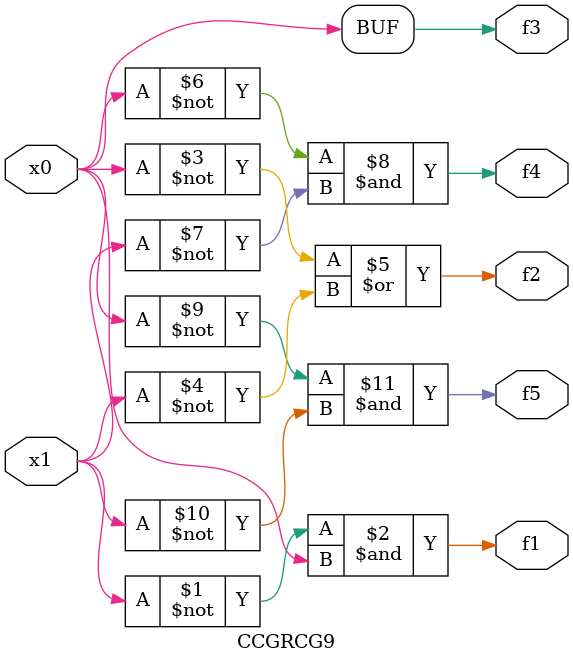
<source format=v>

module CCGRCG9 ( 
    x0, x1,
    f1, f2, f3, f4, f5  );
  input  x0, x1;
  output f1, f2, f3, f4, f5;
  assign f1 = ~x1 & x0;
  assign f2 = ~x0 | ~x1;
  assign f4 = ~x0 & ~x1;
  assign f3 = x0;
  assign f5 = ~x0 & ~x1;
endmodule



</source>
